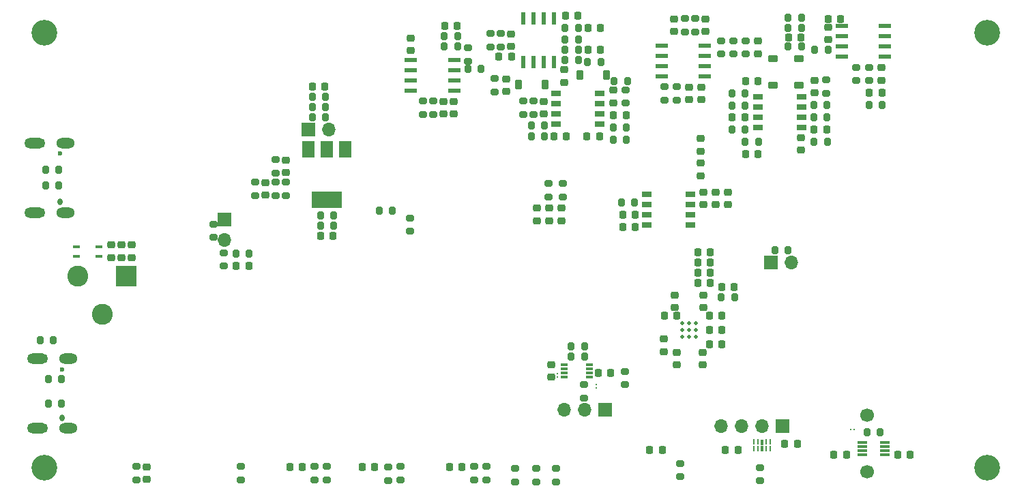
<source format=gbr>
%TF.GenerationSoftware,KiCad,Pcbnew,9.0.0*%
%TF.CreationDate,2025-11-05T20:35:52+03:00*%
%TF.ProjectId,harp.device.quad.dac,68617270-2e64-4657-9669-63652e717561,1.1*%
%TF.SameCoordinates,PX81941e8PY5f5e100*%
%TF.FileFunction,Soldermask,Bot*%
%TF.FilePolarity,Negative*%
%FSLAX46Y46*%
G04 Gerber Fmt 4.6, Leading zero omitted, Abs format (unit mm)*
G04 Created by KiCad (PCBNEW 9.0.0) date 2025-11-05 20:35:52*
%MOMM*%
%LPD*%
G01*
G04 APERTURE LIST*
G04 Aperture macros list*
%AMRoundRect*
0 Rectangle with rounded corners*
0 $1 Rounding radius*
0 $2 $3 $4 $5 $6 $7 $8 $9 X,Y pos of 4 corners*
0 Add a 4 corners polygon primitive as box body*
4,1,4,$2,$3,$4,$5,$6,$7,$8,$9,$2,$3,0*
0 Add four circle primitives for the rounded corners*
1,1,$1+$1,$2,$3*
1,1,$1+$1,$4,$5*
1,1,$1+$1,$6,$7*
1,1,$1+$1,$8,$9*
0 Add four rect primitives between the rounded corners*
20,1,$1+$1,$2,$3,$4,$5,0*
20,1,$1+$1,$4,$5,$6,$7,0*
20,1,$1+$1,$6,$7,$8,$9,0*
20,1,$1+$1,$8,$9,$2,$3,0*%
G04 Aperture macros list end*
%ADD10R,1.700000X1.700000*%
%ADD11O,1.700000X1.700000*%
%ADD12C,0.600000*%
%ADD13O,0.600000X0.850000*%
%ADD14O,2.300000X1.300000*%
%ADD15O,2.600000X1.300000*%
%ADD16C,3.200000*%
%ADD17C,0.500000*%
%ADD18R,2.600000X2.600000*%
%ADD19C,2.600000*%
%ADD20C,1.700000*%
%ADD21RoundRect,0.225000X0.250000X-0.225000X0.250000X0.225000X-0.250000X0.225000X-0.250000X-0.225000X0*%
%ADD22RoundRect,0.200000X-0.200000X-0.275000X0.200000X-0.275000X0.200000X0.275000X-0.200000X0.275000X0*%
%ADD23RoundRect,0.225000X-0.250000X0.225000X-0.250000X-0.225000X0.250000X-0.225000X0.250000X0.225000X0*%
%ADD24RoundRect,0.200000X0.200000X0.275000X-0.200000X0.275000X-0.200000X-0.275000X0.200000X-0.275000X0*%
%ADD25RoundRect,0.200000X0.275000X-0.200000X0.275000X0.200000X-0.275000X0.200000X-0.275000X-0.200000X0*%
%ADD26RoundRect,0.225000X0.225000X0.250000X-0.225000X0.250000X-0.225000X-0.250000X0.225000X-0.250000X0*%
%ADD27RoundRect,0.200000X-0.275000X0.200000X-0.275000X-0.200000X0.275000X-0.200000X0.275000X0.200000X0*%
%ADD28RoundRect,0.225000X-0.225000X-0.250000X0.225000X-0.250000X0.225000X0.250000X-0.225000X0.250000X0*%
%ADD29R,0.250000X0.280000*%
%ADD30RoundRect,0.225000X-0.375000X0.225000X-0.375000X-0.225000X0.375000X-0.225000X0.375000X0.225000X0*%
%ADD31R,0.900000X0.400000*%
%ADD32R,1.500000X2.000000*%
%ADD33R,3.800000X2.000000*%
%ADD34R,1.143000X0.762000*%
%ADD35R,0.250000X0.675000*%
%ADD36R,0.400000X0.775000*%
%ADD37RoundRect,0.225000X-0.225000X-0.375000X0.225000X-0.375000X0.225000X0.375000X-0.225000X0.375000X0*%
%ADD38R,0.850000X0.300000*%
%ADD39R,1.550000X0.600000*%
%ADD40R,0.600000X1.550000*%
%ADD41RoundRect,0.086360X-0.538640X-0.086360X0.538640X-0.086360X0.538640X0.086360X-0.538640X0.086360X0*%
%ADD42R,0.280000X0.250000*%
G04 APERTURE END LIST*
D10*
%TO.C,Jump3*%
X35809000Y44958000D03*
D11*
X38349000Y44958000D03*
%TD*%
D12*
%TO.C,J10*%
X4950000Y42000000D03*
D13*
X4950000Y36000000D03*
D14*
X5675000Y43320000D03*
D15*
X1850000Y43320000D03*
D14*
X5675000Y34680000D03*
D15*
X1850000Y34680000D03*
%TD*%
D16*
%TO.C,H1*%
X120000000Y57000000D03*
%TD*%
D10*
%TO.C,J1*%
X94605000Y8128000D03*
D11*
X92065000Y8128000D03*
X89525000Y8128000D03*
X86985000Y8128000D03*
%TD*%
D10*
%TO.C,J2*%
X72629000Y10160000D03*
D11*
X70089000Y10160000D03*
X67549000Y10160000D03*
%TD*%
D17*
%TO.C,U1*%
X82208000Y20916000D03*
X82208000Y20066000D03*
X82208000Y19216000D03*
X83058000Y20916000D03*
X83058000Y20066000D03*
X83058000Y19216000D03*
X83908000Y20916000D03*
X83908000Y20066000D03*
X83908000Y19216000D03*
%TD*%
D10*
%TO.C,Jump1*%
X93213000Y28448000D03*
D11*
X95753000Y28448000D03*
%TD*%
D16*
%TO.C,H2*%
X3000000Y3000000D03*
%TD*%
%TO.C,H3*%
X3000000Y57000000D03*
%TD*%
D12*
%TO.C,J3*%
X5252000Y15192000D03*
D13*
X5252000Y9192000D03*
D14*
X5977000Y16512000D03*
D15*
X2152000Y16512000D03*
D14*
X5977000Y7872000D03*
D15*
X2152000Y7872000D03*
%TD*%
D18*
%TO.C,J9*%
X13200000Y26750000D03*
D19*
X7200000Y26750000D03*
X10200000Y22050000D03*
%TD*%
D16*
%TO.C,H4*%
X120000000Y3000000D03*
%TD*%
D10*
%TO.C,Jump2*%
X25400000Y33787000D03*
D11*
X25400000Y31247000D03*
%TD*%
D20*
%TO.C,J4*%
X105156000Y2500000D03*
X105156000Y9500000D03*
%TD*%
D21*
%TO.C,C84*%
X106951000Y51092000D03*
X106951000Y52642000D03*
%TD*%
D22*
%TO.C,R78*%
X88346000Y49454000D03*
X89996000Y49454000D03*
%TD*%
%TO.C,R77*%
X52659000Y55296000D03*
X54309000Y55296000D03*
%TD*%
D23*
%TO.C,C72*%
X60977000Y56833000D03*
X60977000Y55283000D03*
%TD*%
%TO.C,C36*%
X67234000Y35201000D03*
X67234000Y33651000D03*
%TD*%
D24*
%TO.C,R48*%
X75391000Y50978000D03*
X73741000Y50978000D03*
%TD*%
D25*
%TO.C,R118*%
X48438000Y32331000D03*
X48438000Y33981000D03*
%TD*%
D26*
%TO.C,C93*%
X73317096Y14732000D03*
X71767096Y14732000D03*
%TD*%
D22*
%TO.C,R12*%
X93663000Y29972000D03*
X95313000Y29972000D03*
%TD*%
%TO.C,R73*%
X63454000Y44120000D03*
X65104000Y44120000D03*
%TD*%
D26*
%TO.C,C18*%
X87135000Y20066000D03*
X85585000Y20066000D03*
%TD*%
D27*
%TO.C,R74*%
X105427000Y52692000D03*
X105427000Y51042000D03*
%TD*%
D22*
%TO.C,R76*%
X67645000Y56185000D03*
X69295000Y56185000D03*
%TD*%
D27*
%TO.C,R18*%
X91872000Y2993000D03*
X91872000Y1343000D03*
%TD*%
D23*
%TO.C,C67*%
X60342000Y51245000D03*
X60342000Y49695000D03*
%TD*%
D21*
%TO.C,C82*%
X65041000Y46901000D03*
X65041000Y48451000D03*
%TD*%
D26*
%TO.C,C61*%
X100106000Y45009000D03*
X98556000Y45009000D03*
%TD*%
D28*
%TO.C,C22*%
X85585000Y21844000D03*
X87135000Y21844000D03*
%TD*%
D27*
%TO.C,R114*%
X24054000Y33219000D03*
X24054000Y31569000D03*
%TD*%
D26*
%TO.C,C27*%
X89091000Y5216000D03*
X87541000Y5216000D03*
%TD*%
D28*
%TO.C,C78*%
X90047000Y50978000D03*
X91597000Y50978000D03*
%TD*%
D21*
%TO.C,C48*%
X86360000Y35674000D03*
X86360000Y37224000D03*
%TD*%
D24*
%TO.C,R85*%
X54309000Y56566000D03*
X52659000Y56566000D03*
%TD*%
D28*
%TO.C,C29*%
X94907000Y5978000D03*
X96457000Y5978000D03*
%TD*%
D25*
%TO.C,R46*%
X100093000Y49476000D03*
X100093000Y51126000D03*
%TD*%
%TO.C,R57*%
X80027000Y48629000D03*
X80027000Y50279000D03*
%TD*%
D26*
%TO.C,C76*%
X60990000Y54026000D03*
X59440000Y54026000D03*
%TD*%
%TO.C,C74*%
X101867000Y58674000D03*
X100317000Y58674000D03*
%TD*%
D22*
%TO.C,R66*%
X67645000Y54915000D03*
X69295000Y54915000D03*
%TD*%
D23*
%TO.C,C31*%
X65710000Y35201000D03*
X65710000Y33651000D03*
%TD*%
D28*
%TO.C,C14*%
X42485626Y3048000D03*
X44035626Y3048000D03*
%TD*%
D26*
%TO.C,C64*%
X96931000Y56439000D03*
X95381000Y56439000D03*
%TD*%
D21*
%TO.C,C108*%
X11294000Y29079000D03*
X11294000Y30629000D03*
%TD*%
D29*
%TO.C,TVS1*%
X66700096Y14258000D03*
X66700096Y14698000D03*
%TD*%
D25*
%TO.C,R68*%
X55643000Y53455000D03*
X55643000Y55105000D03*
%TD*%
D22*
%TO.C,R106*%
X26785000Y29600000D03*
X28435000Y29600000D03*
%TD*%
D30*
%TO.C,D2*%
X93489000Y53771000D03*
X93489000Y50471000D03*
%TD*%
D23*
%TO.C,C65*%
X91584000Y55944000D03*
X91584000Y54394000D03*
%TD*%
D21*
%TO.C,C132*%
X33020000Y39611000D03*
X33020000Y41161000D03*
%TD*%
D23*
%TO.C,C49*%
X84836000Y37224000D03*
X84836000Y35674000D03*
%TD*%
%TO.C,C107*%
X12624000Y30629000D03*
X12624000Y29079000D03*
%TD*%
D24*
%TO.C,R103*%
X4825000Y40000000D03*
X3175000Y40000000D03*
%TD*%
D28*
%TO.C,C80*%
X88396000Y46482000D03*
X89946000Y46482000D03*
%TD*%
D23*
%TO.C,C60*%
X98603000Y51076000D03*
X98603000Y49526000D03*
%TD*%
D22*
%TO.C,R109*%
X36259000Y47752000D03*
X37909000Y47752000D03*
%TD*%
D27*
%TO.C,R123*%
X29210000Y38417000D03*
X29210000Y36767000D03*
%TD*%
D26*
%TO.C,C90*%
X72039000Y57582000D03*
X70489000Y57582000D03*
%TD*%
D31*
%TO.C,CMC1*%
X9773000Y30386000D03*
X9773000Y29236000D03*
X6973000Y29236000D03*
X6973000Y30386000D03*
%TD*%
D21*
%TO.C,C12*%
X15748000Y1511000D03*
X15748000Y3061000D03*
%TD*%
%TO.C,C30*%
X64186000Y33651000D03*
X64186000Y35201000D03*
%TD*%
%TO.C,C24*%
X84836000Y22847000D03*
X84836000Y24397000D03*
%TD*%
D32*
%TO.C,U28*%
X35800000Y42520000D03*
X38100000Y42520000D03*
D33*
X38100000Y36220000D03*
D32*
X40400000Y42520000D03*
%TD*%
D28*
%TO.C,C115*%
X36309000Y50292000D03*
X37859000Y50292000D03*
%TD*%
D27*
%TO.C,R16*%
X81966000Y3501000D03*
X81966000Y1851000D03*
%TD*%
%TO.C,R89*%
X75108000Y14931000D03*
X75108000Y13281000D03*
%TD*%
D34*
%TO.C,U15*%
X96997000Y49031000D03*
X96997000Y47761000D03*
X96997000Y46491000D03*
X96997000Y45221000D03*
X91573000Y45221000D03*
X91573000Y46491000D03*
X91573000Y47761000D03*
X91573000Y49031000D03*
%TD*%
D28*
%TO.C,C26*%
X85585000Y18288000D03*
X87135000Y18288000D03*
%TD*%
D24*
%TO.C,R104*%
X4825000Y38000000D03*
X3175000Y38000000D03*
%TD*%
D27*
%TO.C,R15*%
X66548000Y2857000D03*
X66548000Y1207000D03*
%TD*%
D23*
%TO.C,C87*%
X48531000Y56325000D03*
X48531000Y54775000D03*
%TD*%
D26*
%TO.C,C105*%
X110503000Y4572000D03*
X108953000Y4572000D03*
%TD*%
D22*
%TO.C,R49*%
X73614000Y43739000D03*
X75264000Y43739000D03*
%TD*%
%TO.C,R47*%
X98540000Y43443000D03*
X100190000Y43443000D03*
%TD*%
D25*
%TO.C,R83*%
X83820000Y57087000D03*
X83820000Y58737000D03*
%TD*%
D21*
%TO.C,C73*%
X52595000Y46901000D03*
X52595000Y48451000D03*
%TD*%
D23*
%TO.C,C68*%
X96952000Y43964000D03*
X96952000Y42414000D03*
%TD*%
D21*
%TO.C,C43*%
X87884000Y35674000D03*
X87884000Y37224000D03*
%TD*%
D35*
%TO.C,TVS2*%
X91075000Y6184000D03*
X91575000Y6184000D03*
D36*
X92075000Y6134000D03*
D35*
X92575000Y6184000D03*
X93075000Y6184000D03*
X93075000Y5309000D03*
X92575000Y5309000D03*
D36*
X92075000Y5359000D03*
D35*
X91575000Y5309000D03*
X91075000Y5309000D03*
%TD*%
D24*
%TO.C,R119*%
X46215000Y34934000D03*
X44565000Y34934000D03*
%TD*%
D25*
%TO.C,R80*%
X62501000Y46851000D03*
X62501000Y48501000D03*
%TD*%
D34*
%TO.C,U16*%
X71944000Y49454000D03*
X71944000Y48184000D03*
X71944000Y46914000D03*
X71944000Y45644000D03*
X66520000Y45644000D03*
X66520000Y46914000D03*
X66520000Y48184000D03*
X66520000Y49454000D03*
%TD*%
D22*
%TO.C,R50*%
X95331000Y55296000D03*
X96981000Y55296000D03*
%TD*%
D28*
%TO.C,C91*%
X52709000Y57836000D03*
X54259000Y57836000D03*
%TD*%
D24*
%TO.C,R60*%
X57230000Y52502000D03*
X55580000Y52502000D03*
%TD*%
%TO.C,R63*%
X96981000Y58852000D03*
X95331000Y58852000D03*
%TD*%
D23*
%TO.C,C62*%
X73677000Y49848000D03*
X73677000Y48298000D03*
%TD*%
D27*
%TO.C,R24*%
X65566000Y38265000D03*
X65566000Y36615000D03*
%TD*%
D25*
%TO.C,R61*%
X50055000Y46851000D03*
X50055000Y48501000D03*
%TD*%
D23*
%TO.C,C79*%
X67564000Y52388000D03*
X67564000Y50838000D03*
%TD*%
D28*
%TO.C,C4*%
X84099716Y28448000D03*
X85649716Y28448000D03*
%TD*%
D23*
%TO.C,C85*%
X81170000Y58687000D03*
X81170000Y57137000D03*
%TD*%
%TO.C,C70*%
X100330000Y57671000D03*
X100330000Y56121000D03*
%TD*%
D37*
%TO.C,D3*%
X69487000Y51740000D03*
X72787000Y51740000D03*
%TD*%
D24*
%TO.C,R91*%
X5143000Y13970000D03*
X3493000Y13970000D03*
%TD*%
D22*
%TO.C,R87*%
X68415096Y18034000D03*
X70065096Y18034000D03*
%TD*%
D26*
%TO.C,C16*%
X88620286Y25400000D03*
X87070286Y25400000D03*
%TD*%
%TO.C,C10*%
X85649716Y27178000D03*
X84099716Y27178000D03*
%TD*%
D28*
%TO.C,C37*%
X74790000Y34417000D03*
X76340000Y34417000D03*
%TD*%
D24*
%TO.C,R9*%
X88670286Y24130000D03*
X87020286Y24130000D03*
%TD*%
D23*
%TO.C,C58*%
X84506000Y43837000D03*
X84506000Y42287000D03*
%TD*%
D27*
%TO.C,R88*%
X69977000Y13271000D03*
X69977000Y11621000D03*
%TD*%
D25*
%TO.C,R3*%
X36576000Y1461000D03*
X36576000Y3111000D03*
%TD*%
D38*
%TO.C,U21*%
X67538000Y14236000D03*
X67538000Y14736000D03*
X67538000Y15236000D03*
X67538000Y15736000D03*
X70638000Y15736000D03*
X70638000Y15236000D03*
X70638000Y14736000D03*
X70638000Y14236000D03*
%TD*%
D26*
%TO.C,C7*%
X85649716Y29718000D03*
X84099716Y29718000D03*
%TD*%
D24*
%TO.C,R110*%
X37909000Y49022000D03*
X36259000Y49022000D03*
%TD*%
D26*
%TO.C,C102*%
X102553000Y4572000D03*
X101003000Y4572000D03*
%TD*%
D28*
%TO.C,C15*%
X53327000Y3048000D03*
X54877000Y3048000D03*
%TD*%
D23*
%TO.C,C92*%
X65938096Y15761000D03*
X65938096Y14211000D03*
%TD*%
D24*
%TO.C,R81*%
X65104000Y45517000D03*
X63454000Y45517000D03*
%TD*%
D23*
%TO.C,C75*%
X84599000Y50229000D03*
X84599000Y48679000D03*
%TD*%
D26*
%TO.C,C38*%
X76340000Y32893000D03*
X74790000Y32893000D03*
%TD*%
D28*
%TO.C,C81*%
X90047000Y41961000D03*
X91597000Y41961000D03*
%TD*%
D39*
%TO.C,U20*%
X53898000Y53645000D03*
X53898000Y52375000D03*
X53898000Y51105000D03*
X53898000Y49835000D03*
X48498000Y49835000D03*
X48498000Y51105000D03*
X48498000Y52375000D03*
X48498000Y53645000D03*
%TD*%
D26*
%TO.C,C69*%
X71912000Y44120000D03*
X70362000Y44120000D03*
%TD*%
D28*
%TO.C,C13*%
X33515000Y3048000D03*
X35065000Y3048000D03*
%TD*%
D27*
%TO.C,R14*%
X64050000Y2857000D03*
X64050000Y1207000D03*
%TD*%
D29*
%TO.C,TVS3*%
X71552000Y13310000D03*
X71552000Y12870000D03*
%TD*%
D27*
%TO.C,R8*%
X57912000Y3111000D03*
X57912000Y1461000D03*
%TD*%
%TO.C,R65*%
X81551000Y50279000D03*
X81551000Y48629000D03*
%TD*%
D28*
%TO.C,C83*%
X66281000Y44120000D03*
X67831000Y44120000D03*
%TD*%
D25*
%TO.C,R51*%
X90060000Y54344000D03*
X90060000Y55994000D03*
%TD*%
D37*
%TO.C,D4*%
X61867000Y50597000D03*
X65167000Y50597000D03*
%TD*%
D28*
%TO.C,C66*%
X70489000Y54915000D03*
X72039000Y54915000D03*
%TD*%
D25*
%TO.C,R44*%
X75201000Y48248000D03*
X75201000Y49898000D03*
%TD*%
D27*
%TO.C,R72*%
X63771000Y48501000D03*
X63771000Y46851000D03*
%TD*%
D21*
%TO.C,C71*%
X83075000Y48679000D03*
X83075000Y50229000D03*
%TD*%
D24*
%TO.C,R112*%
X38925000Y33020000D03*
X37275000Y33020000D03*
%TD*%
%TO.C,R45*%
X75264000Y45263000D03*
X73614000Y45263000D03*
%TD*%
D28*
%TO.C,C116*%
X37325000Y31750000D03*
X38875000Y31750000D03*
%TD*%
D27*
%TO.C,R120*%
X31750000Y41211000D03*
X31750000Y39561000D03*
%TD*%
%TO.C,R122*%
X31750000Y38417000D03*
X31750000Y36767000D03*
%TD*%
D21*
%TO.C,C110*%
X13834000Y29079000D03*
X13834000Y30629000D03*
%TD*%
D26*
%TO.C,C86*%
X69245000Y59106000D03*
X67695000Y59106000D03*
%TD*%
D22*
%TO.C,R86*%
X68415096Y16764000D03*
X70065096Y16764000D03*
%TD*%
D39*
%TO.C,U17*%
X101965000Y54026000D03*
X101965000Y55296000D03*
X101965000Y56566000D03*
X101965000Y57836000D03*
X107365000Y57836000D03*
X107365000Y56566000D03*
X107365000Y55296000D03*
X107365000Y54026000D03*
%TD*%
D27*
%TO.C,R7*%
X47244000Y3111000D03*
X47244000Y1461000D03*
%TD*%
%TO.C,R13*%
X61468000Y2857000D03*
X61468000Y1207000D03*
%TD*%
D30*
%TO.C,D1*%
X96664000Y53771000D03*
X96664000Y50471000D03*
%TD*%
D24*
%TO.C,R79*%
X89996000Y44967000D03*
X88346000Y44967000D03*
%TD*%
D22*
%TO.C,R55*%
X95331000Y57582000D03*
X96981000Y57582000D03*
%TD*%
D28*
%TO.C,C1*%
X84099716Y25908000D03*
X85649716Y25908000D03*
%TD*%
D25*
%TO.C,R67*%
X58437000Y55233000D03*
X58437000Y56883000D03*
%TD*%
D24*
%TO.C,R43*%
X100156000Y46533000D03*
X98506000Y46533000D03*
%TD*%
D22*
%TO.C,R54*%
X98633000Y54915000D03*
X100283000Y54915000D03*
%TD*%
D25*
%TO.C,R5*%
X56388000Y1461000D03*
X56388000Y3111000D03*
%TD*%
D27*
%TO.C,R59*%
X59707000Y56883000D03*
X59707000Y55233000D03*
%TD*%
%TO.C,R121*%
X33020000Y38417000D03*
X33020000Y36767000D03*
%TD*%
D22*
%TO.C,R111*%
X37275000Y34290000D03*
X38925000Y34290000D03*
%TD*%
D23*
%TO.C,C21*%
X81534000Y17285000D03*
X81534000Y15735000D03*
%TD*%
D25*
%TO.C,R4*%
X45720000Y1393000D03*
X45720000Y3043000D03*
%TD*%
D22*
%TO.C,R102*%
X105093000Y7366000D03*
X106743000Y7366000D03*
%TD*%
D24*
%TO.C,R70*%
X89996000Y47930000D03*
X88346000Y47930000D03*
%TD*%
%TO.C,R58*%
X69295000Y53645000D03*
X67645000Y53645000D03*
%TD*%
D21*
%TO.C,C140*%
X30480000Y36817000D03*
X30480000Y38367000D03*
%TD*%
D27*
%TO.C,R62*%
X103776000Y52692000D03*
X103776000Y51042000D03*
%TD*%
D23*
%TO.C,C59*%
X84506000Y40789000D03*
X84506000Y39239000D03*
%TD*%
D21*
%TO.C,C23*%
X79934000Y17395000D03*
X79934000Y18945000D03*
%TD*%
D34*
%TO.C,U14*%
X77806000Y33147000D03*
X77806000Y34417000D03*
X77806000Y35687000D03*
X77806000Y36957000D03*
X83230000Y36957000D03*
X83230000Y35687000D03*
X83230000Y34417000D03*
X83230000Y33147000D03*
%TD*%
D39*
%TO.C,U18*%
X85013000Y55423000D03*
X85013000Y54153000D03*
X85013000Y52883000D03*
X85013000Y51613000D03*
X79613000Y51613000D03*
X79613000Y52883000D03*
X79613000Y54153000D03*
X79613000Y55423000D03*
%TD*%
D40*
%TO.C,U19*%
X66311000Y53358000D03*
X65041000Y53358000D03*
X63771000Y53358000D03*
X62501000Y53358000D03*
X62501000Y58758000D03*
X63771000Y58758000D03*
X65041000Y58758000D03*
X66311000Y58758000D03*
%TD*%
D26*
%TO.C,C20*%
X81547000Y21844000D03*
X79997000Y21844000D03*
%TD*%
D23*
%TO.C,C89*%
X85090000Y58687000D03*
X85090000Y57137000D03*
%TD*%
D27*
%TO.C,R23*%
X67344000Y38265000D03*
X67344000Y36615000D03*
%TD*%
%TO.C,R69*%
X51325000Y48501000D03*
X51325000Y46851000D03*
%TD*%
D26*
%TO.C,C28*%
X79693000Y5216000D03*
X78143000Y5216000D03*
%TD*%
D24*
%TO.C,R52*%
X72089000Y53391000D03*
X70439000Y53391000D03*
%TD*%
D25*
%TO.C,R1*%
X14478000Y1461000D03*
X14478000Y3111000D03*
%TD*%
%TO.C,R64*%
X87012000Y54344000D03*
X87012000Y55994000D03*
%TD*%
D21*
%TO.C,C25*%
X81280000Y22847000D03*
X81280000Y24397000D03*
%TD*%
D22*
%TO.C,R90*%
X2477000Y18796000D03*
X4127000Y18796000D03*
%TD*%
D24*
%TO.C,R71*%
X91647000Y43485000D03*
X89997000Y43485000D03*
%TD*%
D27*
%TO.C,R105*%
X25324000Y29663000D03*
X25324000Y28013000D03*
%TD*%
D24*
%TO.C,R92*%
X5143000Y10922000D03*
X3493000Y10922000D03*
%TD*%
D25*
%TO.C,R75*%
X82550000Y57087000D03*
X82550000Y58737000D03*
%TD*%
D22*
%TO.C,R82*%
X105364000Y48057000D03*
X107014000Y48057000D03*
%TD*%
D41*
%TO.C,U25*%
X104518000Y4584000D03*
X104518000Y5084000D03*
X104518000Y5584000D03*
X104518000Y6084000D03*
X107318000Y6084000D03*
X107318000Y5584000D03*
X107318000Y5084000D03*
X107318000Y4584000D03*
%TD*%
D26*
%TO.C,C88*%
X106964000Y49581000D03*
X105414000Y49581000D03*
%TD*%
D42*
%TO.C,TVS10*%
X103522000Y7756000D03*
X103082000Y7756000D03*
%TD*%
D26*
%TO.C,C63*%
X75214000Y46787000D03*
X73664000Y46787000D03*
%TD*%
%TO.C,C113*%
X28385000Y28076000D03*
X26835000Y28076000D03*
%TD*%
D25*
%TO.C,R53*%
X58945000Y49645000D03*
X58945000Y51295000D03*
%TD*%
D24*
%TO.C,R84*%
X69295000Y57582000D03*
X67645000Y57582000D03*
%TD*%
D27*
%TO.C,R56*%
X88536000Y55994000D03*
X88536000Y54344000D03*
%TD*%
D23*
%TO.C,C77*%
X53865000Y48451000D03*
X53865000Y46901000D03*
%TD*%
D22*
%TO.C,R25*%
X74613000Y35941000D03*
X76263000Y35941000D03*
%TD*%
D25*
%TO.C,R2*%
X27432000Y1461000D03*
X27432000Y3111000D03*
%TD*%
D27*
%TO.C,R6*%
X38100000Y3111000D03*
X38100000Y1461000D03*
%TD*%
D24*
%TO.C,R42*%
X100156000Y48057000D03*
X98506000Y48057000D03*
%TD*%
D23*
%TO.C,C19*%
X84760000Y17285000D03*
X84760000Y15735000D03*
%TD*%
D22*
%TO.C,R115*%
X36259000Y46482000D03*
X37909000Y46482000D03*
%TD*%
M02*

</source>
